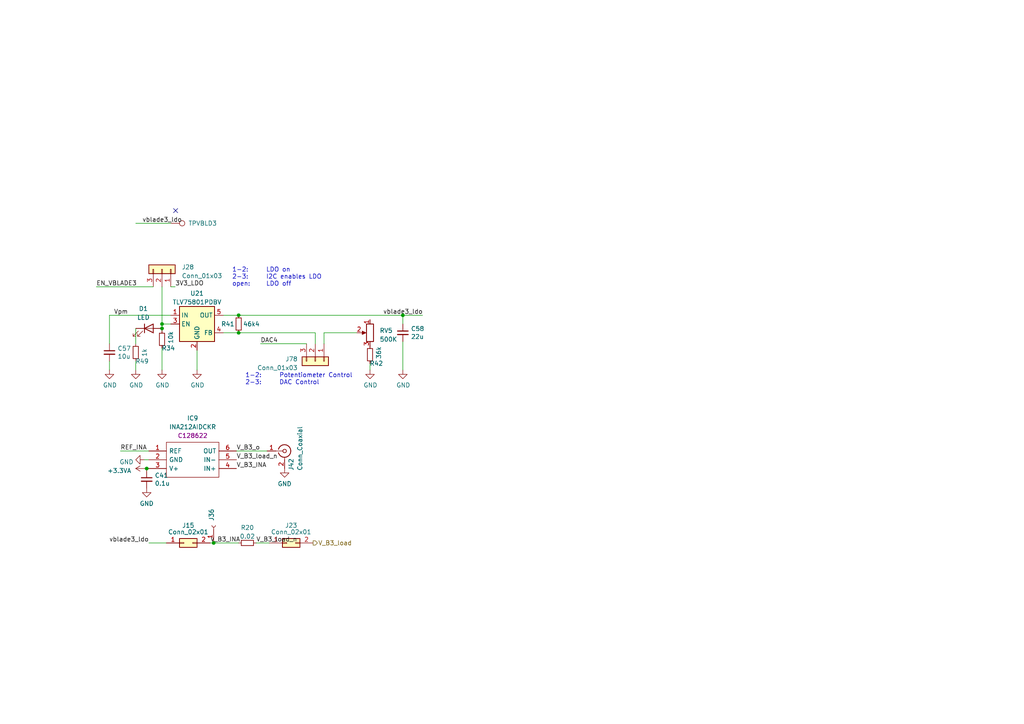
<source format=kicad_sch>
(kicad_sch (version 20231120) (generator "eeschema") (generator_version "8.0")
  (paper "A4")
  (lib_symbols
    (symbol "Connector:Conn_01x01_Socket" (pin_names (offset 1.016) hide)
      (property "Reference" "J" (at 0 2.54 0))
      (property "Value" "Conn_01x01_Socket" (at 0 -2.54 0))
      (symbol "Conn_01x01_Socket_1_1"
        (polyline (pts (xy -1.27 0) (xy -0.508 0)) (stroke (width 0.1524)))
        (arc (start 0 0.508) (mid -0.5058 0) (end 0 -0.508) (stroke (width 0.1524)))
        (pin passive line (at -5.08 0 0) (length 3.81) (name "Pin_1") (number "1"))
      )
    )
    (symbol "Connector:Conn_Coaxial" (pin_names (offset 1.016) hide)
      (property "Reference" "J" (at 0.254 3.048 0))
      (property "Value" "Conn_Coaxial" (at 2.921 0 90))
      (symbol "Conn_Coaxial_0_1"
        (arc (start -1.778 -0.508) (mid 0.2311 -1.8066) (end 1.778 0) (stroke (width 0.254)))
        (polyline (pts (xy -2.54 0) (xy -0.508 0)))
        (polyline (pts (xy 0 -2.54) (xy 0 -1.778)))
        (circle (center 0 0) (radius 0.508) (stroke (width 0.2032)))
        (arc (start 1.778 0) (mid 0.2099 1.8101) (end -1.778 0.508) (stroke (width 0.254)))
      )
      (symbol "Conn_Coaxial_1_1"
        (pin passive line (at -5.08 0 0) (length 2.54) (name "In") (number "1"))
        (pin passive line (at 0 -5.08 90) (length 2.54) (name "Ext") (number "2"))
      )
    )
    (symbol "Connector:TestPoint" (pin_numbers hide) (pin_names (offset 0.762) hide)
      (property "Reference" "TP" (at 0 6.858 0))
      (property "Value" "TestPoint" (at 0 5.08 0))
      (symbol "TestPoint_0_1"
        (circle (center 0 3.302) (radius 0.762))
      )
      (symbol "TestPoint_1_1"
        (pin passive line (at 0 0 90) (length 2.54) (name "1") (number "1"))
      )
    )
    (symbol "Connector_Generic:Conn_01x03" (pin_names (offset 1.016) hide)
      (property "Reference" "J" (at 0 5.08 0))
      (property "Value" "Conn_01x03" (at 0 -5.08 0))
      (symbol "Conn_01x03_1_1"
        (rectangle (start -1.27 -2.413) (end 0 -2.667) (stroke (width 0.1524)))
        (rectangle (start -1.27 0.127) (end 0 -0.127) (stroke (width 0.1524)))
        (rectangle (start -1.27 2.667) (end 0 2.413) (stroke (width 0.1524)))
        (rectangle (start -1.27 3.81) (end 1.27 -3.81) (stroke (width 0.254)) (fill (type background)))
        (pin passive line (at -5.08 2.54 0) (length 3.81) (name "Pin_1") (number "1"))
        (pin passive line (at -5.08 0 0) (length 3.81) (name "Pin_2") (number "2"))
        (pin passive line (at -5.08 -2.54 0) (length 3.81) (name "Pin_3") (number "3"))
      )
    )
    (symbol "Connector_Generic:Conn_02x01" (pin_names (offset 1.016) hide)
      (property "Reference" "J" (at 1.27 2.54 0))
      (property "Value" "Conn_02x01" (at 1.27 -2.54 0))
      (symbol "Conn_02x01_1_1"
        (rectangle (start -1.27 0.127) (end 0 -0.127) (stroke (width 0.1524)))
        (rectangle (start -1.27 1.27) (end 3.81 -1.27) (stroke (width 0.254)) (fill (type background)))
        (rectangle (start 3.81 0.127) (end 2.54 -0.127) (stroke (width 0.1524)))
        (pin passive line (at -5.08 0 0) (length 3.81) (name "Pin_1") (number "1"))
        (pin passive line (at 7.62 0 180) (length 3.81) (name "Pin_2") (number "2"))
      )
    )
    (symbol "Device:C_Small" (pin_numbers hide) (pin_names (offset 0.254) hide)
      (property "Reference" "C" (at 0.254 1.778 0))
      (property "Value" "C_Small" (at 0.254 -2.032 0))
      (symbol "C_Small_0_1"
        (polyline (pts (xy -1.524 -0.508) (xy 1.524 -0.508)) (stroke (width 0.3302)))
        (polyline (pts (xy -1.524 0.508) (xy 1.524 0.508)) (stroke (width 0.3048)))
      )
      (symbol "C_Small_1_1"
        (pin passive line (at 0 2.54 270) (length 2.032) (name "~") (number "1"))
        (pin passive line (at 0 -2.54 90) (length 2.032) (name "~") (number "2"))
      )
    )
    (symbol "Device:LED" (pin_numbers hide) (pin_names (offset 1.016) hide)
      (property "Reference" "D" (at 0 2.54 0))
      (property "Value" "LED" (at 0 -2.54 0))
      (symbol "LED_0_1"
        (polyline (pts (xy -1.27 -1.27) (xy -1.27 1.27)) (stroke (width 0.254)))
        (polyline (pts (xy -1.27 0) (xy 1.27 0)))
        (polyline (pts (xy 1.27 -1.27) (xy 1.27 1.27) (xy -1.27 0) (xy 1.27 -1.27)) (stroke (width 0.254)))
        (polyline (pts (xy -3.048 -0.762) (xy -4.572 -2.286) (xy -3.81 -2.286) (xy -4.572 -2.286) (xy -4.572 -1.524)))
        (polyline (pts (xy -1.778 -0.762) (xy -3.302 -2.286) (xy -2.54 -2.286) (xy -3.302 -2.286) (xy -3.302 -1.524)))
      )
      (symbol "LED_1_1"
        (pin passive line (at -3.81 0 0) (length 2.54) (name "K") (number "1"))
        (pin passive line (at 3.81 0 180) (length 2.54) (name "A") (number "2"))
      )
    )
    (symbol "Device:R_Potentiometer" (pin_names (offset 1.016) hide)
      (property "Reference" "RV" (at -4.445 0 90))
      (property "Value" "R_Potentiometer" (at -2.54 0 90))
      (symbol "R_Potentiometer_0_1"
        (polyline (pts (xy 2.54 0) (xy 1.524 0)))
        (polyline (pts (xy 1.143 0) (xy 2.286 0.508) (xy 2.286 -0.508) (xy 1.143 0)) (fill (type outline)))
        (rectangle (start 1.016 2.54) (end -1.016 -2.54) (stroke (width 0.254)))
      )
      (symbol "R_Potentiometer_1_1"
        (pin passive line (at 0 3.81 270) (length 1.27) (name "1") (number "1"))
        (pin passive line (at 3.81 0 180) (length 1.27) (name "2") (number "2"))
        (pin passive line (at 0 -3.81 90) (length 1.27) (name "3") (number "3"))
      )
    )
    (symbol "Device:R_Small" (pin_numbers hide) (pin_names (offset 0.254) hide)
      (property "Reference" "R" (at 0.762 0.508 0))
      (property "Value" "R_Small" (at 0.762 -1.016 0))
      (symbol "R_Small_0_1"
        (rectangle (start -0.762 1.778) (end 0.762 -1.778) (stroke (width 0.2032)))
      )
      (symbol "R_Small_1_1"
        (pin passive line (at 0 2.54 270) (length 0.762) (name "~") (number "1"))
        (pin passive line (at 0 -2.54 90) (length 0.762) (name "~") (number "2"))
      )
    )
    (symbol "External-lib:INA212AIDCKR" (pin_names (offset 0.762))
      (property "Reference" "IC" (at 21.59 7.62 0))
      (property "Value" "INA212AIDCKR" (at 21.59 5.08 0))
      (property "LCSC" "C128622" (at 0 0 0))
      (symbol "INA212AIDCKR_0_0"
        (pin passive line (at 0 0 0) (length 5.08) (name "REF") (number "1"))
        (pin passive line (at 0 -2.54 0) (length 5.08) (name "GND") (number "2"))
        (pin passive line (at 0 -5.08 0) (length 5.08) (name "V+") (number "3"))
        (pin passive line (at 25.4 -5.08 180) (length 5.08) (name "IN+") (number "4"))
        (pin passive line (at 25.4 -2.54 180) (length 5.08) (name "IN-") (number "5"))
        (pin passive line (at 25.4 0 180) (length 5.08) (name "OUT") (number "6"))
      )
      (symbol "INA212AIDCKR_0_1"
        (polyline (pts (xy 5.08 2.54) (xy 20.32 2.54) (xy 20.32 -7.62) (xy 5.08 -7.62) (xy 5.08 2.54)) (stroke (width 0.1524)))
      )
    )
    (symbol "Regulator_Linear:TLV75801PDBV"
      (property "Reference" "U" (at -3.81 6.35 0))
      (property "Value" "TLV75801PDBV" (at 0 6.35 0))
      (symbol "TLV75801PDBV_0_1"
        (rectangle (start 5.08 -5.08) (end -5.08 5.08) (stroke (width 0.254)) (fill (type background)))
      )
      (symbol "TLV75801PDBV_1_1"
        (pin power_in line (at -7.62 2.54 0) (length 2.54) (name "IN") (number "1"))
        (pin power_in line (at 0 -7.62 90) (length 2.54) (name "GND") (number "2"))
        (pin input line (at -7.62 0 0) (length 2.54) (name "EN") (number "3"))
        (pin input line (at 7.62 -2.54 180) (length 2.54) (name "FB") (number "4"))
        (pin power_out line (at 7.62 2.54 180) (length 2.54) (name "OUT") (number "5"))
      )
    )
    (symbol "power:+3.3VA" (power) (pin_names (offset 0))
      (property "Value" "+3.3VA" (at 0 3.556 0))
      (symbol "+3.3VA_0_1"
        (polyline (pts (xy -0.762 1.27) (xy 0 2.54)))
        (polyline (pts (xy 0 0) (xy 0 2.54)))
        (polyline (pts (xy 0 2.54) (xy 0.762 1.27)))
      )
      (symbol "+3.3VA_1_1"
        (pin power_in line (at 0 0 90) (length 0) hide (name "+3.3VA") (number "1"))
      )
    )
    (symbol "power:GND" (power) (pin_names (offset 0))
      (property "Value" "GND" (at 0 -3.81 0))
      (symbol "GND_0_1"
        (polyline (pts (xy 0 0) (xy 0 -1.27) (xy 1.27 -1.27) (xy 0 -2.54) (xy -1.27 -1.27) (xy 0 -1.27)))
      )
      (symbol "GND_1_1"
        (pin power_in line (at 0 0 270) (length 0) hide (name "GND") (number "1"))
      )
    )
  )
  (junction (at 42.545 135.89))
  (junction (at 46.99 93.98))
  (junction (at 61.976 157.48))
  (junction (at 116.84 91.44))
  (junction (at 69.215 96.52))
  (junction (at 69.215 91.44))
  (junction (at 46.99 95.25))
  (no_connect (at 50.927 61.087))
  (wire (pts (xy 75.565 99.695) (xy 88.9 99.695)))
  (wire (pts (xy 39.37 95.25) (xy 39.37 99.695)))
  (wire (pts (xy 69.215 91.44) (xy 116.84 91.44)))
  (wire (pts (xy 39.37 104.775) (xy 39.37 107.315)))
  (wire (pts (xy 93.98 96.52) (xy 93.98 99.695)))
  (wire (pts (xy 64.77 91.44) (xy 69.215 91.44)))
  (wire (pts (xy 69.215 157.48) (xy 61.976 157.48)))
  (wire (pts (xy 91.44 99.695) (xy 91.44 96.52)))
  (wire (pts (xy 50.8 83.185) (xy 49.53 83.185)))
  (wire (pts (xy 31.75 104.775) (xy 31.75 107.315)))
  (wire (pts (xy 57.15 107.315) (xy 57.15 101.6)))
  (wire (pts (xy 107.315 105.41) (xy 107.315 107.315)))
  (wire (pts (xy 34.925 130.81) (xy 43.18 130.81)))
  (wire (pts (xy 116.84 91.44) (xy 122.555 91.44)))
  (wire (pts (xy 46.99 93.98) (xy 46.99 95.25)))
  (wire (pts (xy 27.94 83.185) (xy 44.45 83.185)))
  (wire (pts (xy 46.99 95.25) (xy 46.99 95.885)))
  (wire (pts (xy 74.295 157.48) (xy 78.105 157.48)))
  (wire (pts (xy 31.75 91.44) (xy 49.53 91.44)))
  (wire (pts (xy 103.505 96.52) (xy 93.98 96.52)))
  (wire (pts (xy 46.99 93.98) (xy 49.53 93.98)))
  (wire (pts (xy 42.545 136.525) (xy 42.545 135.89)))
  (wire (pts (xy 41.91 135.89) (xy 42.545 135.89)))
  (wire (pts (xy 42.545 135.89) (xy 43.18 135.89)))
  (wire (pts (xy 61.976 157.48) (xy 60.96 157.48)))
  (wire (pts (xy 69.215 96.52) (xy 91.44 96.52)))
  (wire (pts (xy 41.91 133.35) (xy 43.18 133.35)))
  (wire (pts (xy 31.75 91.44) (xy 31.75 99.695)))
  (wire (pts (xy 116.84 99.06) (xy 116.84 107.315)))
  (wire (pts (xy 39.37 64.77) (xy 49.53 64.77)))
  (wire (pts (xy 46.99 100.965) (xy 46.99 107.315)))
  (wire (pts (xy 43.18 157.48) (xy 48.26 157.48)))
  (wire (pts (xy 68.58 130.81) (xy 77.47 130.81)))
  (wire (pts (xy 64.77 96.52) (xy 69.215 96.52)))
  (wire (pts (xy 46.99 83.185) (xy 46.99 93.98)))
  (wire (pts (xy 116.84 91.44) (xy 116.84 93.98)))
  (text "1-2:	Potentiometer Control\n2-3:	DAC Control\n" (at 71.12 111.76 0) (effects (font (size 1.27 1.27)) (justify left bottom)))
  (text "1-2:	LDO on\n2-3:	I2C enables LDO\nopen:	LDO off" (at 67.31 83.185 0) (effects (font (size 1.27 1.27)) (justify left bottom)))
  (label "DAC4" (at 75.565 99.695 0))
  (label "vblade3_ldo" (at 43.18 157.48 180))
  (label "vblade3_ldo" (at 41.275 64.77 0))
  (label "V_B3_load_n" (at 68.58 133.35 0))
  (label "EN_VBLADE3" (at 27.94 83.185 0))
  (label "V_B3_o" (at 68.58 130.81 0))
  (label "Vpm" (at 33.02 91.44 0))
  (label "REF_INA" (at 34.925 130.81 0))
  (label "V_B3_INA" (at 68.58 135.89 0))
  (label "3V3_LDO" (at 50.8 83.185 0))
  (label "vblade3_ldo" (at 111.125 91.44 0))
  (label "V_B3_load_n" (at 74.295 157.48 0))
  (label "V_B3_INA" (at 60.96 157.48 0))
  (hierarchical_label "V_B3_load" (shape output) (at 90.805 157.48 0))
  (symbol (lib_id "Connector_Generic:Conn_02x01") (at 53.34 157.48 0) (unit 1)
    (property "Reference" "J15" (at 54.61 152.4 0))
    (property "Value" "Conn_02x01" (at 54.61 154.305 0))
    (property "Footprint" "Connector_PinHeader_2.54mm:PinHeader_1x02_P2.54mm_Vertical" (effects (hide yes)))
  )
  (symbol (lib_id "Connector_Generic:Conn_01x03") (at 46.99 78.105 270) (mirror x) (unit 1)
    (property "Reference" "J28" (at 52.705 77.47 90) (effects (justify left)))
    (property "Value" "Conn_01x03" (at 52.705 80.01 90) (effects (justify left)))
    (property "Footprint" "Connector_PinSocket_2.54mm:PinSocket_1x03_P2.54mm_Vertical" (effects (hide yes)))
  )
  (symbol (lib_id "Device:C_Small") (at 42.545 139.065 0) (unit 1)
    (property "Reference" "C41" (at 44.8818 137.8966 0) (effects (justify left)))
    (property "Value" "0.1u" (at 44.8818 140.208 0) (effects (justify left)))
    (property "Footprint" "Capacitor_SMD:C_0603_1608Metric" (effects (hide yes)))
    (property "Digikey Part Number" "399-9158-1-ND" (effects (hide yes)))
    (property "Mouser Part Number" "80-C0805C104Z3V" (effects (hide yes)))
    (property "LCSC" "C19702" (effects (hide yes)))
  )
  (symbol (lib_id "Connector:Conn_01x01_Socket") (at 61.976 152.4 90) (unit 1)
    (property "Reference" "J36" (at 61.341 151.13 0) (effects (justify left)))
    (property "Value" "Conn_01x01_Socket" (effects (hide yes)))
    (property "Footprint" "Connector:Banana_Jack_1Pin" (effects (hide yes)))
  )
  (symbol (lib_id "Device:R_Small") (at 107.315 102.87 0) (mirror y) (unit 1)
    (property "Reference" "R42" (at 111.125 105.41 0) (effects (justify left)))
    (property "Value" "36k" (at 109.855 104.14 90) (effects (justify left)))
    (property "Footprint" "Resistor_SMD:R_0603_1608Metric" (effects (hide yes)))
    (property "Digikey Part Number" "P10KGCT-ND" (effects (hide yes)))
    (property "Mouser Part Number" "667-ERJ-3GEYJ103V" (effects (hide yes)))
  )
  (symbol (lib_id "power:GND") (at 46.99 107.315 0) (unit 1)
    (property "Reference" "#PWR6" (effects (hide yes)))
    (property "Value" "GND" (at 47.117 111.7092 0))
  )
  (symbol (lib_id "Device:R_Small") (at 69.215 93.98 0) (mirror x) (unit 1)
    (property "Reference" "R41" (at 64.135 93.98 0) (effects (justify left)))
    (property "Value" "46k4" (at 70.485 93.98 0) (effects (justify left)))
    (property "Footprint" "Resistor_SMD:R_0603_1608Metric" (effects (hide yes)))
    (property "Digikey Part Number" "P10KGCT-ND" (effects (hide yes)))
    (property "Mouser Part Number" "667-ERJ-3GEYJ103V" (effects (hide yes)))
  )
  (symbol (lib_id "power:GND") (at 42.545 141.605 0) (unit 1)
    (property "Reference" "#PWR3" (effects (hide yes)))
    (property "Value" "GND" (at 42.545 146.05 0))
  )
  (symbol (lib_id "power:GND") (at 31.75 107.315 0) (unit 1)
    (property "Reference" "#PWR4" (effects (hide yes)))
    (property "Value" "GND" (at 31.877 111.7092 0))
  )
  (symbol (lib_id "Connector:TestPoint") (at 49.53 64.77 270) (unit 1)
    (property "Reference" "TPVBLD3" (at 54.61 64.77 90) (effects (justify left)))
    (property "Value" "TestPoint" (effects (hide yes)))
    (property "Footprint" "TestPoint:TestPoint_Plated_Hole_D2.0mm" (effects (hide yes)))
  )
  (symbol (lib_id "Connector_Generic:Conn_01x03") (at 91.44 104.775 270) (unit 1)
    (property "Reference" "J78" (at 86.36 104.14 90) (effects (justify right)))
    (property "Value" "Conn_01x03" (at 86.36 106.68 90) (effects (justify right)))
    (property "Footprint" "Connector_PinSocket_2.54mm:PinSocket_1x03_P2.54mm_Vertical" (effects (hide yes)))
  )
  (symbol (lib_id "power:GND") (at 39.37 107.315 0) (unit 1)
    (property "Reference" "#PWR5" (effects (hide yes)))
    (property "Value" "GND" (at 39.497 111.7092 0))
  )
  (symbol (lib_id "Device:C_Small") (at 116.84 96.52 0) (unit 1)
    (property "Reference" "C58" (at 119.1768 95.3516 0) (effects (justify left)))
    (property "Value" "22u" (at 119.1768 97.663 0) (effects (justify left)))
    (property "Footprint" "Capacitor_SMD:C_0603_1608Metric" (effects (hide yes)))
    (property "Digikey Part Number" "399-9158-1-ND" (effects (hide yes)))
    (property "Mouser Part Number" "80-C0805C104Z3V" (effects (hide yes)))
  )
  (symbol (lib_id "Device:R_Small") (at 71.755 157.48 270) (unit 1)
    (property "Reference" "R20" (at 71.755 153.035 90))
    (property "Value" "0.02" (at 71.755 155.575 90))
    (property "Footprint" "Resistor_SMD:R_2512_6332Metric" (effects (hide yes)))
    (property "LCSC" "C466595" (effects (hide yes)))
  )
  (symbol (lib_id "Device:R_Small") (at 39.37 102.235 0) (mirror y) (unit 1)
    (property "Reference" "R49" (at 43.18 104.775 0) (effects (justify left)))
    (property "Value" "1k" (at 41.91 103.505 90) (effects (justify left)))
    (property "Footprint" "Resistor_SMD:R_0603_1608Metric" (effects (hide yes)))
    (property "Digikey Part Number" "P10KGCT-ND" (effects (hide yes)))
    (property "Mouser Part Number" "667-ERJ-3GEYJ103V" (effects (hide yes)))
  )
  (symbol (lib_id "Regulator_Linear:TLV75801PDBV") (at 57.15 93.98 0) (unit 1)
    (property "Reference" "U21" (at 57.15 85.09 0))
    (property "Value" "TLV75801PDBV" (at 57.15 87.63 0))
    (property "Footprint" "Package_TO_SOT_SMD:SOT-23-5" (effects (hide yes)))
    (property "Datasheet" "https://www.ti.com/lit/ds/symlink/tlv758p.pdf" (effects (hide yes)))
    (property "LCSC" "C2877852" (effects (hide yes)))
  )
  (symbol (lib_id "Connector:Conn_Coaxial") (at 82.55 130.81 0) (unit 1)
    (property "Reference" "J42" (at 84.455 136.525 90) (effects (justify left)))
    (property "Value" "Conn_Coaxial" (at 86.995 136.525 90) (effects (justify left)))
    (property "Footprint" "Connector_Coaxial:SMA_Amphenol_901-144_Vertical" (effects (hide yes)))
    (property "Datasheet" " ~" (effects (hide yes)))
  )
  (symbol (lib_id "power:GND") (at 107.315 107.315 0) (unit 1)
    (property "Reference" "#PWR9" (effects (hide yes)))
    (property "Value" "GND" (at 107.442 111.7092 0))
  )
  (symbol (lib_id "power:GND") (at 82.55 135.89 0) (unit 1)
    (property "Reference" "#PWR7" (effects (hide yes)))
    (property "Value" "GND" (at 82.55 140.335 0))
  )
  (symbol (lib_id "Connector_Generic:Conn_02x01") (at 83.185 157.48 0) (unit 1)
    (property "Reference" "J23" (at 84.455 152.4 0))
    (property "Value" "Conn_02x01" (at 84.455 154.305 0))
    (property "Footprint" "Connector_PinHeader_2.54mm:PinHeader_1x02_P2.54mm_Vertical" (effects (hide yes)))
  )
  (symbol (lib_id "External-lib:INA212AIDCKR") (at 43.18 130.81 0) (unit 1)
    (property "Reference" "IC9" (at 55.88 121.285 0))
    (property "Value" "INA212AIDCKR" (at 55.88 123.825 0))
    (property "Footprint" "Package_TO_SOT_SMD:SOT-363_SC-70-6" (effects (hide yes)))
    (property "Datasheet" "https://www.ti.com/lit/ds/symlink/ina210.pdf" (effects (hide yes)))
    (property "Description" "26V, Bi-Directional, Zero-Drift, Low-/High-Side, Voltage Output Current Sense Amplifier" (effects (hide yes)))
    (property "Height" "1.1" (effects (hide yes)))
    (property "Manufacturer_Name" "Texas Instruments" (effects (hide yes)))
    (property "Manufacturer_Part_Number" "INA212AIDCKR" (effects (hide yes)))
    (property "Mouser Part Number" "595-INA212AIDCKR" (effects (hide yes)))
    (property "Mouser Price/Stock" "https://www.mouser.ch/ProductDetail/Texas-Instruments/INA212AIDCKR?qs=qU0TI%2FZyA%252BznWmS%252B7ZZfYw%3D%3D" (effects (hide yes)))
    (property "Arrow Part Number" "INA212AIDCKR" (effects (hide yes)))
    (property "Arrow Price/Stock" "https://www.arrow.com/en/products/ina210cidckr/texas-instruments?region=nac" (effects (hide yes)))
    (property "LCSC" "C128622" (at 55.88 126.365 0))
  )
  (symbol (lib_id "power:GND") (at 57.15 107.315 0) (unit 1)
    (property "Reference" "#PWR8" (effects (hide yes)))
    (property "Value" "GND" (at 57.277 111.7092 0))
  )
  (symbol (lib_id "power:GND") (at 116.84 107.315 0) (unit 1)
    (property "Reference" "#PWR10" (effects (hide yes)))
    (property "Value" "GND" (at 116.967 111.7092 0))
  )
  (symbol (lib_id "Device:LED") (at 43.18 95.25 0) (unit 1)
    (property "Reference" "D1" (at 41.5925 89.535 0))
    (property "Value" "LED" (at 41.5925 92.075 0))
    (property "Footprint" "LED_SMD:LED_0603_1608Metric" (effects (hide yes)))
  )
  (symbol (lib_id "power:GND") (at 41.91 133.35 270) (unit 1)
    (property "Reference" "#PWR1" (effects (hide yes)))
    (property "Value" "GND" (at 38.735 133.985 90) (effects (justify right)))
  )
  (symbol (lib_id "Device:R_Small") (at 46.99 98.425 0) (mirror y) (unit 1)
    (property "Reference" "R34" (at 50.8 100.965 0) (effects (justify left)))
    (property "Value" "10k" (at 49.53 99.695 90) (effects (justify left)))
    (property "Footprint" "Resistor_SMD:R_0603_1608Metric" (effects (hide yes)))
    (property "Digikey Part Number" "P10KGCT-ND" (effects (hide yes)))
    (property "Mouser Part Number" "667-ERJ-3GEYJ103V" (effects (hide yes)))
    (property "LCSC" "C98220" (effects (hide yes)))
  )
  (symbol (lib_id "power:+3.3VA") (at 41.91 135.89 90) (unit 1)
    (property "Reference" "#PWR2" (effects (hide yes)))
    (property "Value" "+3.3VA" (at 38.1 136.525 90) (effects (justify left)))
  )
  (symbol (lib_id "Device:C_Small") (at 31.75 102.235 0) (unit 1)
    (property "Reference" "C57" (at 34.0868 101.0666 0) (effects (justify left)))
    (property "Value" "10u" (at 34.0868 103.378 0) (effects (justify left)))
    (property "Footprint" "Capacitor_SMD:C_0603_1608Metric" (effects (hide yes)))
    (property "Digikey Part Number" "399-9158-1-ND" (effects (hide yes)))
    (property "Mouser Part Number" "80-C0805C104Z3V" (effects (hide yes)))
    (property "LCSC" "C19702" (effects (hide yes)))
  )
  (symbol (lib_id "Device:R_Potentiometer") (at 107.315 96.52 0) (mirror y) (unit 1)
    (property "Reference" "RV5" (at 110.109 95.885 0) (effects (justify right)))
    (property "Value" "500K" (at 110.109 98.425 0) (effects (justify right)))
    (property "Footprint" "Potentiometer_THT:Potentiometer_Bourns_3296W_Vertical" (effects (hide yes)))
  )
)
</source>
